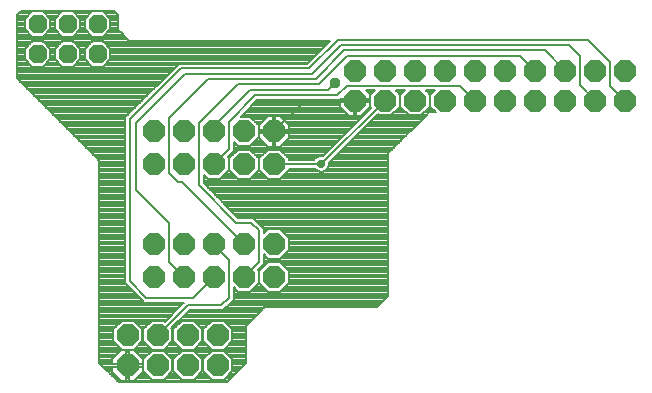
<source format=gbl>
G75*
G70*
%OFA0B0*%
%FSLAX24Y24*%
%IPPOS*%
%LPD*%
%AMOC8*
5,1,8,0,0,1.08239X$1,22.5*
%
%ADD10OC8,0.0614*%
%ADD11OC8,0.0740*%
%ADD12C,0.0080*%
%ADD13C,0.0376*%
%ADD14C,0.0290*%
D10*
X001015Y011265D03*
X002015Y011265D03*
X003015Y011265D03*
X003015Y012265D03*
X002015Y012265D03*
X001015Y012265D03*
D11*
X004890Y008690D03*
X005890Y008690D03*
X006890Y008690D03*
X007890Y008690D03*
X008890Y008690D03*
X008890Y007590D03*
X007890Y007590D03*
X006890Y007590D03*
X005890Y007590D03*
X004890Y007590D03*
X004890Y004940D03*
X005890Y004940D03*
X006890Y004940D03*
X007890Y004940D03*
X008890Y004940D03*
X008890Y003840D03*
X007890Y003840D03*
X006890Y003840D03*
X005890Y003840D03*
X004890Y003840D03*
X005015Y001890D03*
X006015Y001890D03*
X007015Y001890D03*
X007015Y000890D03*
X006015Y000890D03*
X005015Y000890D03*
X004015Y000890D03*
X004015Y001890D03*
X011597Y009712D03*
X012597Y009712D03*
X013597Y009712D03*
X014597Y009712D03*
X015597Y009712D03*
X016597Y009712D03*
X017597Y009712D03*
X018597Y009712D03*
X019597Y009712D03*
X020597Y009712D03*
X020597Y010712D03*
X019597Y010712D03*
X018597Y010712D03*
X017597Y010712D03*
X016597Y010712D03*
X015597Y010712D03*
X014597Y010712D03*
X013597Y010712D03*
X012597Y010712D03*
X011597Y010712D03*
D12*
X003070Y007715D02*
X003070Y000965D01*
X003715Y000320D01*
X007315Y000320D01*
X007960Y000965D01*
X007960Y002215D01*
X008460Y002715D01*
X008460Y002715D01*
X008565Y002820D01*
X012315Y002820D01*
X012710Y003215D01*
X012710Y007965D01*
X013960Y009215D01*
X013960Y009215D01*
X014065Y009320D01*
X014296Y009320D01*
X014107Y009509D01*
X014107Y009915D01*
X014247Y010055D01*
X013947Y010055D01*
X014087Y009915D01*
X014087Y009509D01*
X013800Y009222D01*
X013394Y009222D01*
X013107Y009509D01*
X013107Y009915D01*
X013247Y010055D01*
X012947Y010055D01*
X013087Y009915D01*
X013087Y009509D01*
X012800Y009222D01*
X012394Y009222D01*
X012364Y009252D01*
X010730Y007619D01*
X010730Y007562D01*
X010690Y007465D01*
X010615Y007390D01*
X010518Y007350D01*
X010412Y007350D01*
X010315Y007390D01*
X010275Y007430D01*
X009380Y007430D01*
X009380Y007387D01*
X009093Y007100D01*
X008687Y007100D01*
X008400Y007387D01*
X008400Y007793D01*
X008687Y008080D01*
X009093Y008080D01*
X009380Y007793D01*
X009380Y007750D01*
X010234Y007750D01*
X010240Y007765D01*
X010315Y007840D01*
X010412Y007880D01*
X010518Y007880D01*
X010533Y007874D01*
X012137Y009479D01*
X012107Y009509D01*
X012107Y009915D01*
X012247Y010055D01*
X011975Y010055D01*
X012107Y009923D01*
X012107Y009752D01*
X011637Y009752D01*
X011637Y009672D01*
X012107Y009672D01*
X012107Y009501D01*
X011808Y009202D01*
X011637Y009202D01*
X011637Y009672D01*
X011557Y009672D01*
X011087Y009672D01*
X011087Y009501D01*
X011386Y009202D01*
X011557Y009202D01*
X011557Y009672D01*
X011557Y009752D01*
X011087Y009752D01*
X011087Y009761D01*
X011056Y009730D01*
X008331Y009730D01*
X007781Y009180D01*
X008093Y009180D01*
X008380Y008893D01*
X008380Y008487D01*
X008093Y008200D01*
X007687Y008200D01*
X007550Y008337D01*
X007550Y008024D01*
X007350Y007823D01*
X007380Y007793D01*
X007380Y007387D01*
X007093Y007100D01*
X006687Y007100D01*
X006550Y007237D01*
X006550Y006956D01*
X007706Y005800D01*
X008206Y005800D01*
X008456Y005550D01*
X008550Y005456D01*
X008550Y005293D01*
X008687Y005430D01*
X009093Y005430D01*
X009380Y005143D01*
X009380Y004737D01*
X009093Y004450D01*
X008687Y004450D01*
X008550Y004587D01*
X008550Y004274D01*
X008350Y004073D01*
X008380Y004043D01*
X008380Y003637D01*
X008093Y003350D01*
X007687Y003350D01*
X007550Y003487D01*
X007550Y003074D01*
X007456Y002980D01*
X007206Y002730D01*
X006081Y002730D01*
X005475Y002123D01*
X005505Y002093D01*
X005505Y001687D01*
X005218Y001400D01*
X004812Y001400D01*
X004525Y001687D01*
X004525Y002093D01*
X004812Y002380D01*
X005218Y002380D01*
X005248Y002350D01*
X005855Y002956D01*
X005879Y002980D01*
X004574Y002980D01*
X004480Y003074D01*
X003930Y003624D01*
X003930Y009156D01*
X005724Y010950D01*
X009999Y010950D01*
X010759Y011710D01*
X004065Y011710D01*
X003960Y011815D01*
X003960Y011815D01*
X003815Y011960D01*
X003710Y012065D01*
X003710Y012565D01*
X003565Y012710D01*
X000465Y012710D01*
X000320Y012565D01*
X000320Y010465D01*
X002965Y007820D01*
X003070Y007715D01*
X003070Y007676D02*
X003930Y007676D01*
X003930Y007598D02*
X003070Y007598D01*
X003070Y007519D02*
X003930Y007519D01*
X003930Y007441D02*
X003070Y007441D01*
X003070Y007362D02*
X003930Y007362D01*
X003930Y007284D02*
X003070Y007284D01*
X003070Y007205D02*
X003930Y007205D01*
X003930Y007127D02*
X003070Y007127D01*
X003070Y007048D02*
X003930Y007048D01*
X003930Y006970D02*
X003070Y006970D01*
X003070Y006891D02*
X003930Y006891D01*
X003930Y006813D02*
X003070Y006813D01*
X003070Y006734D02*
X003930Y006734D01*
X003930Y006656D02*
X003070Y006656D01*
X003070Y006577D02*
X003930Y006577D01*
X003930Y006499D02*
X003070Y006499D01*
X003070Y006420D02*
X003930Y006420D01*
X003930Y006342D02*
X003070Y006342D01*
X003070Y006263D02*
X003930Y006263D01*
X003930Y006185D02*
X003070Y006185D01*
X003070Y006106D02*
X003930Y006106D01*
X003930Y006028D02*
X003070Y006028D01*
X003070Y005949D02*
X003930Y005949D01*
X003930Y005871D02*
X003070Y005871D01*
X003070Y005792D02*
X003930Y005792D01*
X003930Y005714D02*
X003070Y005714D01*
X003070Y005635D02*
X003930Y005635D01*
X003930Y005557D02*
X003070Y005557D01*
X003070Y005478D02*
X003930Y005478D01*
X003930Y005400D02*
X003070Y005400D01*
X003070Y005321D02*
X003930Y005321D01*
X003930Y005243D02*
X003070Y005243D01*
X003070Y005164D02*
X003930Y005164D01*
X003930Y005086D02*
X003070Y005086D01*
X003070Y005007D02*
X003930Y005007D01*
X003930Y004929D02*
X003070Y004929D01*
X003070Y004850D02*
X003930Y004850D01*
X003930Y004772D02*
X003070Y004772D01*
X003070Y004693D02*
X003930Y004693D01*
X003930Y004615D02*
X003070Y004615D01*
X003070Y004536D02*
X003930Y004536D01*
X003930Y004458D02*
X003070Y004458D01*
X003070Y004379D02*
X003930Y004379D01*
X003930Y004301D02*
X003070Y004301D01*
X003070Y004222D02*
X003930Y004222D01*
X003930Y004144D02*
X003070Y004144D01*
X003070Y004065D02*
X003930Y004065D01*
X003930Y003987D02*
X003070Y003987D01*
X003070Y003908D02*
X003930Y003908D01*
X003930Y003830D02*
X003070Y003830D01*
X003070Y003751D02*
X003930Y003751D01*
X003930Y003673D02*
X003070Y003673D01*
X003070Y003594D02*
X003960Y003594D01*
X004038Y003516D02*
X003070Y003516D01*
X003070Y003437D02*
X004117Y003437D01*
X004195Y003359D02*
X003070Y003359D01*
X003070Y003280D02*
X004274Y003280D01*
X004352Y003202D02*
X003070Y003202D01*
X003070Y003123D02*
X004431Y003123D01*
X004509Y003045D02*
X003070Y003045D01*
X003070Y002966D02*
X005865Y002966D01*
X005786Y002888D02*
X003070Y002888D01*
X003070Y002809D02*
X005708Y002809D01*
X005629Y002731D02*
X003070Y002731D01*
X003070Y002652D02*
X005551Y002652D01*
X005472Y002574D02*
X003070Y002574D01*
X003070Y002495D02*
X005394Y002495D01*
X005315Y002417D02*
X003070Y002417D01*
X003070Y002338D02*
X003770Y002338D01*
X003812Y002380D02*
X003525Y002093D01*
X003525Y001687D01*
X003812Y001400D01*
X004218Y001400D01*
X004505Y001687D01*
X004505Y002093D01*
X004218Y002380D01*
X003812Y002380D01*
X003692Y002260D02*
X003070Y002260D01*
X003070Y002181D02*
X003613Y002181D01*
X003535Y002103D02*
X003070Y002103D01*
X003070Y002024D02*
X003525Y002024D01*
X003525Y001946D02*
X003070Y001946D01*
X003070Y001867D02*
X003525Y001867D01*
X003525Y001789D02*
X003070Y001789D01*
X003070Y001710D02*
X003525Y001710D01*
X003581Y001632D02*
X003070Y001632D01*
X003070Y001553D02*
X003659Y001553D01*
X003738Y001475D02*
X003070Y001475D01*
X003070Y001396D02*
X003800Y001396D01*
X003804Y001400D02*
X003505Y001101D01*
X003505Y000930D01*
X003975Y000930D01*
X003975Y001400D01*
X003804Y001400D01*
X003721Y001318D02*
X003070Y001318D01*
X003070Y001239D02*
X003643Y001239D01*
X003564Y001161D02*
X003070Y001161D01*
X003070Y001082D02*
X003505Y001082D01*
X003505Y001004D02*
X003070Y001004D01*
X003110Y000925D02*
X003975Y000925D01*
X003975Y000930D02*
X003975Y000850D01*
X004055Y000850D01*
X004055Y000930D01*
X004525Y000930D01*
X004525Y001101D01*
X004226Y001400D01*
X004055Y001400D01*
X004055Y000930D01*
X003975Y000930D01*
X003975Y001004D02*
X004055Y001004D01*
X004055Y001082D02*
X003975Y001082D01*
X003975Y001161D02*
X004055Y001161D01*
X004055Y001239D02*
X003975Y001239D01*
X003975Y001318D02*
X004055Y001318D01*
X004055Y001396D02*
X003975Y001396D01*
X004230Y001396D02*
X007960Y001396D01*
X007960Y001318D02*
X007280Y001318D01*
X007218Y001380D02*
X006812Y001380D01*
X006525Y001093D01*
X006525Y000687D01*
X006812Y000400D01*
X007218Y000400D01*
X007505Y000687D01*
X007505Y001093D01*
X007218Y001380D01*
X007218Y001400D02*
X007505Y001687D01*
X007505Y002093D01*
X007218Y002380D01*
X006812Y002380D01*
X006525Y002093D01*
X006525Y001687D01*
X006812Y001400D01*
X007218Y001400D01*
X007292Y001475D02*
X007960Y001475D01*
X007960Y001553D02*
X007371Y001553D01*
X007449Y001632D02*
X007960Y001632D01*
X007960Y001710D02*
X007505Y001710D01*
X007505Y001789D02*
X007960Y001789D01*
X007960Y001867D02*
X007505Y001867D01*
X007505Y001946D02*
X007960Y001946D01*
X007960Y002024D02*
X007505Y002024D01*
X007495Y002103D02*
X007960Y002103D01*
X007960Y002181D02*
X007417Y002181D01*
X007338Y002260D02*
X008005Y002260D01*
X008083Y002338D02*
X007260Y002338D01*
X006770Y002338D02*
X006260Y002338D01*
X006218Y002380D02*
X005812Y002380D01*
X005525Y002093D01*
X005525Y001687D01*
X005812Y001400D01*
X006218Y001400D01*
X006505Y001687D01*
X006505Y002093D01*
X006218Y002380D01*
X006338Y002260D02*
X006692Y002260D01*
X006613Y002181D02*
X006417Y002181D01*
X006495Y002103D02*
X006535Y002103D01*
X006525Y002024D02*
X006505Y002024D01*
X006505Y001946D02*
X006525Y001946D01*
X006525Y001867D02*
X006505Y001867D01*
X006505Y001789D02*
X006525Y001789D01*
X006525Y001710D02*
X006505Y001710D01*
X006449Y001632D02*
X006581Y001632D01*
X006659Y001553D02*
X006371Y001553D01*
X006292Y001475D02*
X006738Y001475D01*
X006750Y001318D02*
X006280Y001318D01*
X006218Y001380D02*
X005812Y001380D01*
X005525Y001093D01*
X005525Y000687D01*
X005812Y000400D01*
X006218Y000400D01*
X006505Y000687D01*
X006505Y001093D01*
X006218Y001380D01*
X006359Y001239D02*
X006671Y001239D01*
X006593Y001161D02*
X006437Y001161D01*
X006505Y001082D02*
X006525Y001082D01*
X006525Y001004D02*
X006505Y001004D01*
X006505Y000925D02*
X006525Y000925D01*
X006525Y000847D02*
X006505Y000847D01*
X006505Y000768D02*
X006525Y000768D01*
X006525Y000690D02*
X006505Y000690D01*
X006429Y000611D02*
X006601Y000611D01*
X006680Y000533D02*
X006350Y000533D01*
X006272Y000454D02*
X006758Y000454D01*
X007272Y000454D02*
X007449Y000454D01*
X007371Y000376D02*
X003659Y000376D01*
X003730Y000454D02*
X003581Y000454D01*
X003651Y000533D02*
X003502Y000533D01*
X003573Y000611D02*
X003424Y000611D01*
X003505Y000679D02*
X003804Y000380D01*
X003975Y000380D01*
X003975Y000850D01*
X003505Y000850D01*
X003505Y000679D01*
X003505Y000690D02*
X003345Y000690D01*
X003267Y000768D02*
X003505Y000768D01*
X003505Y000847D02*
X003188Y000847D01*
X003975Y000847D02*
X004055Y000847D01*
X004055Y000850D02*
X004055Y000380D01*
X004226Y000380D01*
X004525Y000679D01*
X004525Y000850D01*
X004055Y000850D01*
X004055Y000925D02*
X004525Y000925D01*
X004525Y000847D02*
X004525Y000847D01*
X004525Y000768D02*
X004525Y000768D01*
X004525Y000690D02*
X004525Y000690D01*
X004525Y000687D02*
X004812Y000400D01*
X005218Y000400D01*
X005505Y000687D01*
X005505Y001093D01*
X005218Y001380D01*
X004812Y001380D01*
X004525Y001093D01*
X004525Y000687D01*
X004457Y000611D02*
X004601Y000611D01*
X004680Y000533D02*
X004379Y000533D01*
X004300Y000454D02*
X004758Y000454D01*
X005272Y000454D02*
X005758Y000454D01*
X005680Y000533D02*
X005350Y000533D01*
X005429Y000611D02*
X005601Y000611D01*
X005525Y000690D02*
X005505Y000690D01*
X005505Y000768D02*
X005525Y000768D01*
X005525Y000847D02*
X005505Y000847D01*
X005505Y000925D02*
X005525Y000925D01*
X005525Y001004D02*
X005505Y001004D01*
X005505Y001082D02*
X005525Y001082D01*
X005593Y001161D02*
X005437Y001161D01*
X005359Y001239D02*
X005671Y001239D01*
X005750Y001318D02*
X005280Y001318D01*
X005292Y001475D02*
X005738Y001475D01*
X005659Y001553D02*
X005371Y001553D01*
X005449Y001632D02*
X005581Y001632D01*
X005525Y001710D02*
X005505Y001710D01*
X005505Y001789D02*
X005525Y001789D01*
X005525Y001867D02*
X005505Y001867D01*
X005505Y001946D02*
X005525Y001946D01*
X005525Y002024D02*
X005505Y002024D01*
X005495Y002103D02*
X005535Y002103D01*
X005532Y002181D02*
X005613Y002181D01*
X005611Y002260D02*
X005692Y002260D01*
X005689Y002338D02*
X005770Y002338D01*
X005768Y002417D02*
X008162Y002417D01*
X008240Y002495D02*
X005846Y002495D01*
X005925Y002574D02*
X008319Y002574D01*
X008397Y002652D02*
X006003Y002652D01*
X006015Y002890D02*
X007140Y002890D01*
X007390Y003140D01*
X007390Y004390D01*
X006890Y004890D01*
X006890Y004940D01*
X007890Y004940D02*
X005840Y006990D01*
X005690Y006990D01*
X005390Y007290D01*
X005390Y009140D01*
X006690Y010440D01*
X010290Y010440D01*
X011240Y011390D01*
X017919Y011390D01*
X018597Y010712D01*
X019090Y011190D02*
X018715Y011565D01*
X011115Y011565D01*
X010165Y010615D01*
X005940Y010615D01*
X004290Y008965D01*
X004290Y006740D01*
X005390Y005640D01*
X005390Y004340D01*
X005890Y003840D01*
X006190Y003140D02*
X006890Y003840D01*
X007550Y003437D02*
X007600Y003437D01*
X007550Y003359D02*
X007679Y003359D01*
X007550Y003280D02*
X012710Y003280D01*
X012710Y003359D02*
X009101Y003359D01*
X009093Y003350D02*
X009380Y003637D01*
X009380Y004043D01*
X009093Y004330D01*
X008687Y004330D01*
X008400Y004043D01*
X008400Y003637D01*
X008687Y003350D01*
X009093Y003350D01*
X009180Y003437D02*
X012710Y003437D01*
X012710Y003516D02*
X009258Y003516D01*
X009337Y003594D02*
X012710Y003594D01*
X012710Y003673D02*
X009380Y003673D01*
X009380Y003751D02*
X012710Y003751D01*
X012710Y003830D02*
X009380Y003830D01*
X009380Y003908D02*
X012710Y003908D01*
X012710Y003987D02*
X009380Y003987D01*
X009358Y004065D02*
X012710Y004065D01*
X012710Y004144D02*
X009279Y004144D01*
X009201Y004222D02*
X012710Y004222D01*
X012710Y004301D02*
X009122Y004301D01*
X009100Y004458D02*
X012710Y004458D01*
X012710Y004536D02*
X009179Y004536D01*
X009257Y004615D02*
X012710Y004615D01*
X012710Y004693D02*
X009336Y004693D01*
X009380Y004772D02*
X012710Y004772D01*
X012710Y004850D02*
X009380Y004850D01*
X009380Y004929D02*
X012710Y004929D01*
X012710Y005007D02*
X009380Y005007D01*
X009380Y005086D02*
X012710Y005086D01*
X012710Y005164D02*
X009359Y005164D01*
X009280Y005243D02*
X012710Y005243D01*
X012710Y005321D02*
X009202Y005321D01*
X009123Y005400D02*
X012710Y005400D01*
X012710Y005478D02*
X008528Y005478D01*
X008550Y005400D02*
X008657Y005400D01*
X008578Y005321D02*
X008550Y005321D01*
X008390Y005390D02*
X008390Y004340D01*
X007890Y003840D01*
X007890Y003890D01*
X008380Y003908D02*
X008400Y003908D01*
X008400Y003830D02*
X008380Y003830D01*
X008380Y003751D02*
X008400Y003751D01*
X008400Y003673D02*
X008380Y003673D01*
X008337Y003594D02*
X008443Y003594D01*
X008522Y003516D02*
X008258Y003516D01*
X008180Y003437D02*
X008600Y003437D01*
X008679Y003359D02*
X008101Y003359D01*
X007550Y003202D02*
X012697Y003202D01*
X012618Y003123D02*
X007550Y003123D01*
X007521Y003045D02*
X012540Y003045D01*
X012461Y002966D02*
X007442Y002966D01*
X007364Y002888D02*
X012383Y002888D01*
X012710Y004379D02*
X008550Y004379D01*
X008550Y004301D02*
X008658Y004301D01*
X008579Y004222D02*
X008498Y004222D01*
X008501Y004144D02*
X008420Y004144D01*
X008422Y004065D02*
X008358Y004065D01*
X008380Y003987D02*
X008400Y003987D01*
X008550Y004458D02*
X008680Y004458D01*
X008601Y004536D02*
X008550Y004536D01*
X008390Y005390D02*
X008140Y005640D01*
X007640Y005640D01*
X006390Y006890D01*
X006390Y008965D01*
X007690Y010265D01*
X010390Y010265D01*
X011340Y011215D01*
X017094Y011215D01*
X017597Y010712D01*
X019090Y011190D02*
X019090Y010219D01*
X019597Y009712D01*
X020090Y010215D02*
X020090Y011015D01*
X019365Y011740D01*
X011015Y011740D01*
X010065Y010790D01*
X005790Y010790D01*
X004090Y009090D01*
X004090Y003690D01*
X004640Y003140D01*
X006190Y003140D01*
X006015Y002890D02*
X005015Y001890D01*
X004525Y001867D02*
X004505Y001867D01*
X004505Y001789D02*
X004525Y001789D01*
X004525Y001710D02*
X004505Y001710D01*
X004449Y001632D02*
X004581Y001632D01*
X004659Y001553D02*
X004371Y001553D01*
X004292Y001475D02*
X004738Y001475D01*
X004750Y001318D02*
X004309Y001318D01*
X004387Y001239D02*
X004671Y001239D01*
X004593Y001161D02*
X004466Y001161D01*
X004525Y001082D02*
X004525Y001082D01*
X004525Y001004D02*
X004525Y001004D01*
X004055Y000768D02*
X003975Y000768D01*
X003975Y000690D02*
X004055Y000690D01*
X004055Y000611D02*
X003975Y000611D01*
X003975Y000533D02*
X004055Y000533D01*
X004055Y000454D02*
X003975Y000454D01*
X004505Y001946D02*
X004525Y001946D01*
X004525Y002024D02*
X004505Y002024D01*
X004495Y002103D02*
X004535Y002103D01*
X004613Y002181D02*
X004417Y002181D01*
X004338Y002260D02*
X004692Y002260D01*
X004770Y002338D02*
X004260Y002338D01*
X007207Y002731D02*
X008476Y002731D01*
X008554Y002809D02*
X007285Y002809D01*
X007359Y001239D02*
X007960Y001239D01*
X007960Y001161D02*
X007437Y001161D01*
X007505Y001082D02*
X007960Y001082D01*
X007960Y001004D02*
X007505Y001004D01*
X007505Y000925D02*
X007920Y000925D01*
X007842Y000847D02*
X007505Y000847D01*
X007505Y000768D02*
X007763Y000768D01*
X007685Y000690D02*
X007505Y000690D01*
X007429Y000611D02*
X007606Y000611D01*
X007528Y000533D02*
X007350Y000533D01*
X008450Y005557D02*
X012710Y005557D01*
X012710Y005635D02*
X008371Y005635D01*
X008293Y005714D02*
X012710Y005714D01*
X012710Y005792D02*
X008214Y005792D01*
X007636Y005871D02*
X012710Y005871D01*
X012710Y005949D02*
X007557Y005949D01*
X007479Y006028D02*
X012710Y006028D01*
X012710Y006106D02*
X007400Y006106D01*
X007322Y006185D02*
X012710Y006185D01*
X012710Y006263D02*
X007243Y006263D01*
X007165Y006342D02*
X012710Y006342D01*
X012710Y006420D02*
X007086Y006420D01*
X007008Y006499D02*
X012710Y006499D01*
X012710Y006577D02*
X006929Y006577D01*
X006851Y006656D02*
X012710Y006656D01*
X012710Y006734D02*
X006772Y006734D01*
X006694Y006813D02*
X012710Y006813D01*
X012710Y006891D02*
X006615Y006891D01*
X006550Y006970D02*
X012710Y006970D01*
X012710Y007048D02*
X006550Y007048D01*
X006550Y007127D02*
X006661Y007127D01*
X006582Y007205D02*
X006550Y007205D01*
X006890Y007590D02*
X007390Y008090D01*
X007390Y009015D01*
X008265Y009890D01*
X010990Y009890D01*
X011315Y010215D01*
X015094Y010215D01*
X015597Y009712D01*
X014291Y009325D02*
X013903Y009325D01*
X013981Y009403D02*
X014213Y009403D01*
X014134Y009482D02*
X014060Y009482D01*
X014087Y009560D02*
X014107Y009560D01*
X014107Y009639D02*
X014087Y009639D01*
X014087Y009717D02*
X014107Y009717D01*
X014107Y009796D02*
X014087Y009796D01*
X014087Y009874D02*
X014107Y009874D01*
X014145Y009953D02*
X014049Y009953D01*
X013971Y010031D02*
X014223Y010031D01*
X013223Y010031D02*
X012971Y010031D01*
X013049Y009953D02*
X013145Y009953D01*
X013107Y009874D02*
X013087Y009874D01*
X013087Y009796D02*
X013107Y009796D01*
X013107Y009717D02*
X013087Y009717D01*
X013087Y009639D02*
X013107Y009639D01*
X013107Y009560D02*
X013087Y009560D01*
X013060Y009482D02*
X013134Y009482D01*
X013213Y009403D02*
X012981Y009403D01*
X012903Y009325D02*
X013291Y009325D01*
X013370Y009246D02*
X012824Y009246D01*
X012370Y009246D02*
X012357Y009246D01*
X012279Y009168D02*
X013913Y009168D01*
X013991Y009246D02*
X013824Y009246D01*
X013834Y009089D02*
X012200Y009089D01*
X012122Y009011D02*
X013756Y009011D01*
X013677Y008932D02*
X012043Y008932D01*
X011965Y008854D02*
X013599Y008854D01*
X013520Y008775D02*
X011886Y008775D01*
X011808Y008697D02*
X013442Y008697D01*
X013363Y008618D02*
X011729Y008618D01*
X011651Y008540D02*
X013285Y008540D01*
X013206Y008461D02*
X011572Y008461D01*
X011494Y008383D02*
X013128Y008383D01*
X013049Y008304D02*
X011415Y008304D01*
X011337Y008226D02*
X012971Y008226D01*
X012892Y008147D02*
X011258Y008147D01*
X011180Y008069D02*
X012814Y008069D01*
X012735Y007990D02*
X011101Y007990D01*
X011023Y007912D02*
X012710Y007912D01*
X012710Y007833D02*
X010944Y007833D01*
X010866Y007755D02*
X012710Y007755D01*
X012710Y007676D02*
X010787Y007676D01*
X010730Y007598D02*
X012710Y007598D01*
X012710Y007519D02*
X010712Y007519D01*
X010665Y007441D02*
X012710Y007441D01*
X012710Y007362D02*
X010547Y007362D01*
X010383Y007362D02*
X009355Y007362D01*
X009276Y007284D02*
X012710Y007284D01*
X012710Y007205D02*
X009198Y007205D01*
X009119Y007127D02*
X012710Y007127D01*
X010963Y008304D02*
X009225Y008304D01*
X009147Y008226D02*
X010884Y008226D01*
X010806Y008147D02*
X007550Y008147D01*
X007550Y008069D02*
X007676Y008069D01*
X007687Y008080D02*
X007400Y007793D01*
X007400Y007387D01*
X007687Y007100D01*
X008093Y007100D01*
X008380Y007387D01*
X008380Y007793D01*
X008093Y008080D01*
X007687Y008080D01*
X007597Y007990D02*
X007516Y007990D01*
X007519Y007912D02*
X007438Y007912D01*
X007440Y007833D02*
X007359Y007833D01*
X007380Y007755D02*
X007400Y007755D01*
X007400Y007676D02*
X007380Y007676D01*
X007380Y007598D02*
X007400Y007598D01*
X007400Y007519D02*
X007380Y007519D01*
X007380Y007441D02*
X007400Y007441D01*
X007425Y007362D02*
X007355Y007362D01*
X007276Y007284D02*
X007504Y007284D01*
X007582Y007205D02*
X007198Y007205D01*
X007119Y007127D02*
X007661Y007127D01*
X008119Y007127D02*
X008661Y007127D01*
X008582Y007205D02*
X008198Y007205D01*
X008276Y007284D02*
X008504Y007284D01*
X008425Y007362D02*
X008355Y007362D01*
X008380Y007441D02*
X008400Y007441D01*
X008400Y007519D02*
X008380Y007519D01*
X008380Y007598D02*
X008400Y007598D01*
X008400Y007676D02*
X008380Y007676D01*
X008380Y007755D02*
X008400Y007755D01*
X008440Y007833D02*
X008340Y007833D01*
X008261Y007912D02*
X008519Y007912D01*
X008597Y007990D02*
X008183Y007990D01*
X008104Y008069D02*
X008676Y008069D01*
X008679Y008180D02*
X008850Y008180D01*
X008850Y008650D01*
X008930Y008650D01*
X008930Y008730D01*
X009400Y008730D01*
X009400Y008901D01*
X009101Y009200D01*
X008930Y009200D01*
X008930Y008730D01*
X008850Y008730D01*
X008850Y009200D01*
X008679Y009200D01*
X008380Y008901D01*
X008380Y008730D01*
X008850Y008730D01*
X008850Y008650D01*
X008380Y008650D01*
X008380Y008479D01*
X008679Y008180D01*
X008633Y008226D02*
X008118Y008226D01*
X008197Y008304D02*
X008555Y008304D01*
X008476Y008383D02*
X008275Y008383D01*
X008354Y008461D02*
X008398Y008461D01*
X008380Y008540D02*
X008380Y008540D01*
X008380Y008618D02*
X008380Y008618D01*
X008380Y008697D02*
X008850Y008697D01*
X008890Y008690D02*
X009912Y009712D01*
X011597Y009712D01*
X011637Y009717D02*
X012107Y009717D01*
X012107Y009639D02*
X012107Y009639D01*
X012107Y009560D02*
X012107Y009560D01*
X012088Y009482D02*
X012134Y009482D01*
X012062Y009403D02*
X012009Y009403D01*
X011983Y009325D02*
X011931Y009325D01*
X011905Y009246D02*
X011852Y009246D01*
X011826Y009168D02*
X009134Y009168D01*
X009212Y009089D02*
X011748Y009089D01*
X011669Y009011D02*
X009291Y009011D01*
X009369Y008932D02*
X011591Y008932D01*
X011512Y008854D02*
X009400Y008854D01*
X009400Y008775D02*
X011434Y008775D01*
X011355Y008697D02*
X008930Y008697D01*
X008930Y008650D02*
X009400Y008650D01*
X009400Y008479D01*
X009101Y008180D01*
X008930Y008180D01*
X008930Y008650D01*
X008930Y008618D02*
X008850Y008618D01*
X008850Y008540D02*
X008930Y008540D01*
X008930Y008461D02*
X008850Y008461D01*
X008850Y008383D02*
X008930Y008383D01*
X008930Y008304D02*
X008850Y008304D01*
X008850Y008226D02*
X008930Y008226D01*
X009104Y008069D02*
X010727Y008069D01*
X010649Y007990D02*
X009183Y007990D01*
X009261Y007912D02*
X010570Y007912D01*
X010308Y007833D02*
X009340Y007833D01*
X009380Y007755D02*
X010236Y007755D01*
X010465Y007615D02*
X010475Y007605D01*
X010475Y007590D01*
X012597Y009712D01*
X012223Y010031D02*
X011999Y010031D01*
X012077Y009953D02*
X012145Y009953D01*
X012107Y009874D02*
X012107Y009874D01*
X012107Y009796D02*
X012107Y009796D01*
X011637Y009639D02*
X011557Y009639D01*
X011557Y009717D02*
X008318Y009717D01*
X008240Y009639D02*
X011087Y009639D01*
X011087Y009560D02*
X008161Y009560D01*
X008083Y009482D02*
X011106Y009482D01*
X011184Y009403D02*
X008004Y009403D01*
X007926Y009325D02*
X011263Y009325D01*
X011341Y009246D02*
X007847Y009246D01*
X008105Y009168D02*
X008646Y009168D01*
X008568Y009089D02*
X008184Y009089D01*
X008262Y009011D02*
X008489Y009011D01*
X008411Y008932D02*
X008341Y008932D01*
X008380Y008854D02*
X008380Y008854D01*
X008380Y008775D02*
X008380Y008775D01*
X008850Y008775D02*
X008930Y008775D01*
X008930Y008854D02*
X008850Y008854D01*
X008850Y008932D02*
X008930Y008932D01*
X008930Y009011D02*
X008850Y009011D01*
X008850Y009089D02*
X008930Y009089D01*
X008930Y009168D02*
X008850Y009168D01*
X009400Y008618D02*
X011277Y008618D01*
X011198Y008540D02*
X009400Y008540D01*
X009382Y008461D02*
X011120Y008461D01*
X011041Y008383D02*
X009304Y008383D01*
X008890Y007590D02*
X010475Y007590D01*
X011557Y009246D02*
X011637Y009246D01*
X011637Y009325D02*
X011557Y009325D01*
X011557Y009403D02*
X011637Y009403D01*
X011637Y009482D02*
X011557Y009482D01*
X011557Y009560D02*
X011637Y009560D01*
X010915Y010290D02*
X010690Y010065D01*
X008215Y010065D01*
X008090Y010065D01*
X006940Y008915D01*
X006940Y008740D01*
X006890Y008690D01*
X007550Y008304D02*
X007583Y008304D01*
X007550Y008226D02*
X007662Y008226D01*
X004805Y010031D02*
X000754Y010031D01*
X000832Y009953D02*
X004726Y009953D01*
X004648Y009874D02*
X000911Y009874D01*
X000989Y009796D02*
X004569Y009796D01*
X004491Y009717D02*
X001068Y009717D01*
X001146Y009639D02*
X004412Y009639D01*
X004334Y009560D02*
X001225Y009560D01*
X001303Y009482D02*
X004255Y009482D01*
X004177Y009403D02*
X001382Y009403D01*
X001460Y009325D02*
X004098Y009325D01*
X004020Y009246D02*
X001539Y009246D01*
X001617Y009168D02*
X003941Y009168D01*
X003930Y009089D02*
X001696Y009089D01*
X001774Y009011D02*
X003930Y009011D01*
X003930Y008932D02*
X001853Y008932D01*
X001931Y008854D02*
X003930Y008854D01*
X003930Y008775D02*
X002010Y008775D01*
X002088Y008697D02*
X003930Y008697D01*
X003930Y008618D02*
X002167Y008618D01*
X002245Y008540D02*
X003930Y008540D01*
X003930Y008461D02*
X002324Y008461D01*
X002402Y008383D02*
X003930Y008383D01*
X003930Y008304D02*
X002481Y008304D01*
X002559Y008226D02*
X003930Y008226D01*
X003930Y008147D02*
X002638Y008147D01*
X002716Y008069D02*
X003930Y008069D01*
X003930Y007990D02*
X002795Y007990D01*
X002873Y007912D02*
X003930Y007912D01*
X003930Y007833D02*
X002952Y007833D01*
X003030Y007755D02*
X003930Y007755D01*
X004883Y010110D02*
X000675Y010110D01*
X000597Y010188D02*
X004962Y010188D01*
X005040Y010267D02*
X000518Y010267D01*
X000440Y010345D02*
X005119Y010345D01*
X005197Y010424D02*
X000361Y010424D01*
X000320Y010502D02*
X005276Y010502D01*
X005354Y010581D02*
X000320Y010581D01*
X000320Y010659D02*
X005433Y010659D01*
X005511Y010738D02*
X000320Y010738D01*
X000320Y010816D02*
X005590Y010816D01*
X005668Y010895D02*
X003248Y010895D01*
X003192Y010838D02*
X003442Y011088D01*
X003442Y011442D01*
X003192Y011692D01*
X002838Y011692D01*
X002588Y011442D01*
X002588Y011088D01*
X002838Y010838D01*
X003192Y010838D01*
X003327Y010973D02*
X010022Y010973D01*
X010100Y011052D02*
X003405Y011052D01*
X003442Y011130D02*
X010179Y011130D01*
X010257Y011209D02*
X003442Y011209D01*
X003442Y011287D02*
X010336Y011287D01*
X010414Y011366D02*
X003442Y011366D01*
X003440Y011444D02*
X010493Y011444D01*
X010571Y011523D02*
X003361Y011523D01*
X003283Y011601D02*
X010650Y011601D01*
X010728Y011680D02*
X003204Y011680D01*
X003192Y011838D02*
X002838Y011838D01*
X002588Y012088D01*
X002588Y012442D01*
X002838Y012692D01*
X003192Y012692D01*
X003442Y012442D01*
X003442Y012088D01*
X003192Y011838D01*
X003269Y011915D02*
X003860Y011915D01*
X003782Y011994D02*
X003347Y011994D01*
X003426Y012072D02*
X003710Y012072D01*
X003710Y012151D02*
X003442Y012151D01*
X003442Y012229D02*
X003710Y012229D01*
X003710Y012308D02*
X003442Y012308D01*
X003442Y012386D02*
X003710Y012386D01*
X003710Y012465D02*
X003419Y012465D01*
X003341Y012543D02*
X003710Y012543D01*
X003654Y012622D02*
X003262Y012622D01*
X003575Y012700D02*
X000455Y012700D01*
X000376Y012622D02*
X000768Y012622D01*
X000838Y012692D02*
X000588Y012442D01*
X000588Y012088D01*
X000838Y011838D01*
X001192Y011838D01*
X001442Y012088D01*
X001442Y012442D01*
X001192Y012692D01*
X000838Y012692D01*
X000689Y012543D02*
X000320Y012543D01*
X000320Y012465D02*
X000611Y012465D01*
X000588Y012386D02*
X000320Y012386D01*
X000320Y012308D02*
X000588Y012308D01*
X000588Y012229D02*
X000320Y012229D01*
X000320Y012151D02*
X000588Y012151D01*
X000604Y012072D02*
X000320Y012072D01*
X000320Y011994D02*
X000683Y011994D01*
X000761Y011915D02*
X000320Y011915D01*
X000320Y011837D02*
X003939Y011837D01*
X004017Y011758D02*
X000320Y011758D01*
X000320Y011680D02*
X000826Y011680D01*
X000838Y011692D02*
X000588Y011442D01*
X000588Y011088D01*
X000838Y010838D01*
X001192Y010838D01*
X001442Y011088D01*
X001442Y011442D01*
X001192Y011692D01*
X000838Y011692D01*
X000747Y011601D02*
X000320Y011601D01*
X000320Y011523D02*
X000669Y011523D01*
X000590Y011444D02*
X000320Y011444D01*
X000320Y011366D02*
X000588Y011366D01*
X000588Y011287D02*
X000320Y011287D01*
X000320Y011209D02*
X000588Y011209D01*
X000588Y011130D02*
X000320Y011130D01*
X000320Y011052D02*
X000625Y011052D01*
X000703Y010973D02*
X000320Y010973D01*
X000320Y010895D02*
X000782Y010895D01*
X001248Y010895D02*
X001782Y010895D01*
X001838Y010838D02*
X002192Y010838D01*
X002442Y011088D01*
X002442Y011442D01*
X002192Y011692D01*
X001838Y011692D01*
X001588Y011442D01*
X001588Y011088D01*
X001838Y010838D01*
X001703Y010973D02*
X001327Y010973D01*
X001405Y011052D02*
X001625Y011052D01*
X001588Y011130D02*
X001442Y011130D01*
X001442Y011209D02*
X001588Y011209D01*
X001588Y011287D02*
X001442Y011287D01*
X001442Y011366D02*
X001588Y011366D01*
X001590Y011444D02*
X001440Y011444D01*
X001361Y011523D02*
X001669Y011523D01*
X001747Y011601D02*
X001283Y011601D01*
X001204Y011680D02*
X001826Y011680D01*
X001838Y011838D02*
X002192Y011838D01*
X002442Y012088D01*
X002442Y012442D01*
X002192Y012692D01*
X001838Y012692D01*
X001588Y012442D01*
X001588Y012088D01*
X001838Y011838D01*
X001761Y011915D02*
X001269Y011915D01*
X001347Y011994D02*
X001683Y011994D01*
X001604Y012072D02*
X001426Y012072D01*
X001442Y012151D02*
X001588Y012151D01*
X001588Y012229D02*
X001442Y012229D01*
X001442Y012308D02*
X001588Y012308D01*
X001588Y012386D02*
X001442Y012386D01*
X001419Y012465D02*
X001611Y012465D01*
X001689Y012543D02*
X001341Y012543D01*
X001262Y012622D02*
X001768Y012622D01*
X002262Y012622D02*
X002768Y012622D01*
X002689Y012543D02*
X002341Y012543D01*
X002419Y012465D02*
X002611Y012465D01*
X002588Y012386D02*
X002442Y012386D01*
X002442Y012308D02*
X002588Y012308D01*
X002588Y012229D02*
X002442Y012229D01*
X002442Y012151D02*
X002588Y012151D01*
X002604Y012072D02*
X002426Y012072D01*
X002347Y011994D02*
X002683Y011994D01*
X002761Y011915D02*
X002269Y011915D01*
X002204Y011680D02*
X002826Y011680D01*
X002747Y011601D02*
X002283Y011601D01*
X002361Y011523D02*
X002669Y011523D01*
X002590Y011444D02*
X002440Y011444D01*
X002442Y011366D02*
X002588Y011366D01*
X002588Y011287D02*
X002442Y011287D01*
X002442Y011209D02*
X002588Y011209D01*
X002588Y011130D02*
X002442Y011130D01*
X002405Y011052D02*
X002625Y011052D01*
X002703Y010973D02*
X002327Y010973D01*
X002248Y010895D02*
X002782Y010895D01*
X020090Y010215D02*
X020593Y009712D01*
X020597Y009712D01*
D13*
X010915Y010290D03*
D14*
X010465Y007615D03*
M02*

</source>
